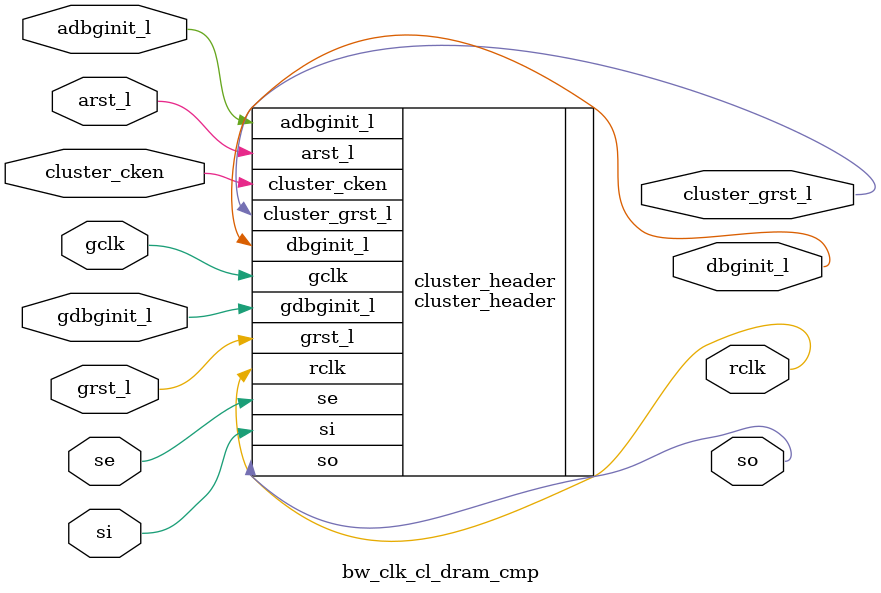
<source format=v>
module bw_clk_cl_dram_cmp (/*AUTOARG*/
   // Outputs
   so, rclk, dbginit_l, cluster_grst_l, 
   // Inputs
   si, se, grst_l, gdbginit_l, gclk, cluster_cken, arst_l, 
   adbginit_l
   );

   /*AUTOOUTPUT*/
   // Beginning of automatic outputs (from unused autoinst outputs)
   output		cluster_grst_l;		// From cluster_header of cluster_header.v
   output		dbginit_l;		// From cluster_header of cluster_header.v
   output		rclk;			// From cluster_header of cluster_header.v
   output		so;			// From cluster_header of cluster_header.v
   // End of automatics
   
   /*AUTOINPUT*/
   // Beginning of automatic inputs (from unused autoinst inputs)
   input		adbginit_l;		// To cluster_header of cluster_header.v
   input		arst_l;			// To cluster_header of cluster_header.v
   input		cluster_cken;		// To cluster_header of cluster_header.v
   input		gclk;			// To cluster_header of cluster_header.v
   input		gdbginit_l;		// To cluster_header of cluster_header.v
   input		grst_l;			// To cluster_header of cluster_header.v
   input		se;			// To cluster_header of cluster_header.v
   input		si;			// To cluster_header of cluster_header.v
   // End of automatics

   /* cluster_header AUTO_TEMPLATE (
    ); */

   cluster_header cluster_header
   (/*AUTOINST*/
    // Outputs
    .dbginit_l				(dbginit_l),
    .cluster_grst_l			(cluster_grst_l),
    .rclk				(rclk),
    .so					(so),
    // Inputs
    .gclk				(gclk),
    .cluster_cken			(cluster_cken),
    .arst_l				(arst_l),
    .grst_l				(grst_l),
    .adbginit_l				(adbginit_l),
    .gdbginit_l				(gdbginit_l),
    .si					(si),
    .se					(se));

endmodule // bw_clk_cl_ddr_ddr

// Local Variables:
// verilog-library-directories:("../../common/rtl")
// verilog-auto-sense-defines-constant:t
// End:

</source>
